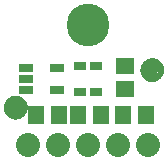
<source format=gbr>
G04 EAGLE Gerber RS-274X export*
G75*
%MOMM*%
%FSLAX34Y34*%
%LPD*%
%INSoldermask Top*%
%IPPOS*%
%AMOC8*
5,1,8,0,0,1.08239X$1,22.5*%
G01*
%ADD10R,1.001600X0.761600*%
%ADD11R,1.401600X1.601600*%
%ADD12C,1.101600*%
%ADD13C,0.500000*%
%ADD14R,1.301600X0.651600*%
%ADD15R,1.601600X1.401600*%
%ADD16C,2.032000*%
%ADD17C,3.617600*%


D10*
X76600Y70330D03*
X76600Y92230D03*
X63100Y92230D03*
X63100Y70330D03*
D11*
X99720Y50800D03*
X118720Y50800D03*
X61620Y50800D03*
X80620Y50800D03*
D12*
X8890Y57150D03*
D13*
X8890Y64650D02*
X8709Y64648D01*
X8528Y64641D01*
X8347Y64630D01*
X8166Y64615D01*
X7986Y64595D01*
X7806Y64571D01*
X7627Y64543D01*
X7449Y64510D01*
X7272Y64473D01*
X7095Y64432D01*
X6920Y64387D01*
X6745Y64337D01*
X6572Y64283D01*
X6401Y64225D01*
X6230Y64163D01*
X6062Y64096D01*
X5895Y64026D01*
X5729Y63952D01*
X5566Y63873D01*
X5405Y63791D01*
X5245Y63705D01*
X5088Y63615D01*
X4933Y63521D01*
X4780Y63424D01*
X4630Y63322D01*
X4482Y63218D01*
X4336Y63109D01*
X4194Y62998D01*
X4054Y62882D01*
X3917Y62764D01*
X3782Y62642D01*
X3651Y62517D01*
X3523Y62389D01*
X3398Y62258D01*
X3276Y62123D01*
X3158Y61986D01*
X3042Y61846D01*
X2931Y61704D01*
X2822Y61558D01*
X2718Y61410D01*
X2616Y61260D01*
X2519Y61107D01*
X2425Y60952D01*
X2335Y60795D01*
X2249Y60635D01*
X2167Y60474D01*
X2088Y60311D01*
X2014Y60145D01*
X1944Y59978D01*
X1877Y59810D01*
X1815Y59639D01*
X1757Y59468D01*
X1703Y59295D01*
X1653Y59120D01*
X1608Y58945D01*
X1567Y58768D01*
X1530Y58591D01*
X1497Y58413D01*
X1469Y58234D01*
X1445Y58054D01*
X1425Y57874D01*
X1410Y57693D01*
X1399Y57512D01*
X1392Y57331D01*
X1390Y57150D01*
X8890Y64650D02*
X9071Y64648D01*
X9252Y64641D01*
X9433Y64630D01*
X9614Y64615D01*
X9794Y64595D01*
X9974Y64571D01*
X10153Y64543D01*
X10331Y64510D01*
X10508Y64473D01*
X10685Y64432D01*
X10860Y64387D01*
X11035Y64337D01*
X11208Y64283D01*
X11379Y64225D01*
X11550Y64163D01*
X11718Y64096D01*
X11885Y64026D01*
X12051Y63952D01*
X12214Y63873D01*
X12375Y63791D01*
X12535Y63705D01*
X12692Y63615D01*
X12847Y63521D01*
X13000Y63424D01*
X13150Y63322D01*
X13298Y63218D01*
X13444Y63109D01*
X13586Y62998D01*
X13726Y62882D01*
X13863Y62764D01*
X13998Y62642D01*
X14129Y62517D01*
X14257Y62389D01*
X14382Y62258D01*
X14504Y62123D01*
X14622Y61986D01*
X14738Y61846D01*
X14849Y61704D01*
X14958Y61558D01*
X15062Y61410D01*
X15164Y61260D01*
X15261Y61107D01*
X15355Y60952D01*
X15445Y60795D01*
X15531Y60635D01*
X15613Y60474D01*
X15692Y60311D01*
X15766Y60145D01*
X15836Y59978D01*
X15903Y59810D01*
X15965Y59639D01*
X16023Y59468D01*
X16077Y59295D01*
X16127Y59120D01*
X16172Y58945D01*
X16213Y58768D01*
X16250Y58591D01*
X16283Y58413D01*
X16311Y58234D01*
X16335Y58054D01*
X16355Y57874D01*
X16370Y57693D01*
X16381Y57512D01*
X16388Y57331D01*
X16390Y57150D01*
X16388Y56969D01*
X16381Y56788D01*
X16370Y56607D01*
X16355Y56426D01*
X16335Y56246D01*
X16311Y56066D01*
X16283Y55887D01*
X16250Y55709D01*
X16213Y55532D01*
X16172Y55355D01*
X16127Y55180D01*
X16077Y55005D01*
X16023Y54832D01*
X15965Y54661D01*
X15903Y54490D01*
X15836Y54322D01*
X15766Y54155D01*
X15692Y53989D01*
X15613Y53826D01*
X15531Y53665D01*
X15445Y53505D01*
X15355Y53348D01*
X15261Y53193D01*
X15164Y53040D01*
X15062Y52890D01*
X14958Y52742D01*
X14849Y52596D01*
X14738Y52454D01*
X14622Y52314D01*
X14504Y52177D01*
X14382Y52042D01*
X14257Y51911D01*
X14129Y51783D01*
X13998Y51658D01*
X13863Y51536D01*
X13726Y51418D01*
X13586Y51302D01*
X13444Y51191D01*
X13298Y51082D01*
X13150Y50978D01*
X13000Y50876D01*
X12847Y50779D01*
X12692Y50685D01*
X12535Y50595D01*
X12375Y50509D01*
X12214Y50427D01*
X12051Y50348D01*
X11885Y50274D01*
X11718Y50204D01*
X11550Y50137D01*
X11379Y50075D01*
X11208Y50017D01*
X11035Y49963D01*
X10860Y49913D01*
X10685Y49868D01*
X10508Y49827D01*
X10331Y49790D01*
X10153Y49757D01*
X9974Y49729D01*
X9794Y49705D01*
X9614Y49685D01*
X9433Y49670D01*
X9252Y49659D01*
X9071Y49652D01*
X8890Y49650D01*
X8709Y49652D01*
X8528Y49659D01*
X8347Y49670D01*
X8166Y49685D01*
X7986Y49705D01*
X7806Y49729D01*
X7627Y49757D01*
X7449Y49790D01*
X7272Y49827D01*
X7095Y49868D01*
X6920Y49913D01*
X6745Y49963D01*
X6572Y50017D01*
X6401Y50075D01*
X6230Y50137D01*
X6062Y50204D01*
X5895Y50274D01*
X5729Y50348D01*
X5566Y50427D01*
X5405Y50509D01*
X5245Y50595D01*
X5088Y50685D01*
X4933Y50779D01*
X4780Y50876D01*
X4630Y50978D01*
X4482Y51082D01*
X4336Y51191D01*
X4194Y51302D01*
X4054Y51418D01*
X3917Y51536D01*
X3782Y51658D01*
X3651Y51783D01*
X3523Y51911D01*
X3398Y52042D01*
X3276Y52177D01*
X3158Y52314D01*
X3042Y52454D01*
X2931Y52596D01*
X2822Y52742D01*
X2718Y52890D01*
X2616Y53040D01*
X2519Y53193D01*
X2425Y53348D01*
X2335Y53505D01*
X2249Y53665D01*
X2167Y53826D01*
X2088Y53989D01*
X2014Y54155D01*
X1944Y54322D01*
X1877Y54490D01*
X1815Y54661D01*
X1757Y54832D01*
X1703Y55005D01*
X1653Y55180D01*
X1608Y55355D01*
X1567Y55532D01*
X1530Y55709D01*
X1497Y55887D01*
X1469Y56066D01*
X1445Y56246D01*
X1425Y56426D01*
X1410Y56607D01*
X1399Y56788D01*
X1392Y56969D01*
X1390Y57150D01*
D12*
X124460Y88900D03*
D13*
X124460Y96400D02*
X124279Y96398D01*
X124098Y96391D01*
X123917Y96380D01*
X123736Y96365D01*
X123556Y96345D01*
X123376Y96321D01*
X123197Y96293D01*
X123019Y96260D01*
X122842Y96223D01*
X122665Y96182D01*
X122490Y96137D01*
X122315Y96087D01*
X122142Y96033D01*
X121971Y95975D01*
X121800Y95913D01*
X121632Y95846D01*
X121465Y95776D01*
X121299Y95702D01*
X121136Y95623D01*
X120975Y95541D01*
X120815Y95455D01*
X120658Y95365D01*
X120503Y95271D01*
X120350Y95174D01*
X120200Y95072D01*
X120052Y94968D01*
X119906Y94859D01*
X119764Y94748D01*
X119624Y94632D01*
X119487Y94514D01*
X119352Y94392D01*
X119221Y94267D01*
X119093Y94139D01*
X118968Y94008D01*
X118846Y93873D01*
X118728Y93736D01*
X118612Y93596D01*
X118501Y93454D01*
X118392Y93308D01*
X118288Y93160D01*
X118186Y93010D01*
X118089Y92857D01*
X117995Y92702D01*
X117905Y92545D01*
X117819Y92385D01*
X117737Y92224D01*
X117658Y92061D01*
X117584Y91895D01*
X117514Y91728D01*
X117447Y91560D01*
X117385Y91389D01*
X117327Y91218D01*
X117273Y91045D01*
X117223Y90870D01*
X117178Y90695D01*
X117137Y90518D01*
X117100Y90341D01*
X117067Y90163D01*
X117039Y89984D01*
X117015Y89804D01*
X116995Y89624D01*
X116980Y89443D01*
X116969Y89262D01*
X116962Y89081D01*
X116960Y88900D01*
X124460Y96400D02*
X124641Y96398D01*
X124822Y96391D01*
X125003Y96380D01*
X125184Y96365D01*
X125364Y96345D01*
X125544Y96321D01*
X125723Y96293D01*
X125901Y96260D01*
X126078Y96223D01*
X126255Y96182D01*
X126430Y96137D01*
X126605Y96087D01*
X126778Y96033D01*
X126949Y95975D01*
X127120Y95913D01*
X127288Y95846D01*
X127455Y95776D01*
X127621Y95702D01*
X127784Y95623D01*
X127945Y95541D01*
X128105Y95455D01*
X128262Y95365D01*
X128417Y95271D01*
X128570Y95174D01*
X128720Y95072D01*
X128868Y94968D01*
X129014Y94859D01*
X129156Y94748D01*
X129296Y94632D01*
X129433Y94514D01*
X129568Y94392D01*
X129699Y94267D01*
X129827Y94139D01*
X129952Y94008D01*
X130074Y93873D01*
X130192Y93736D01*
X130308Y93596D01*
X130419Y93454D01*
X130528Y93308D01*
X130632Y93160D01*
X130734Y93010D01*
X130831Y92857D01*
X130925Y92702D01*
X131015Y92545D01*
X131101Y92385D01*
X131183Y92224D01*
X131262Y92061D01*
X131336Y91895D01*
X131406Y91728D01*
X131473Y91560D01*
X131535Y91389D01*
X131593Y91218D01*
X131647Y91045D01*
X131697Y90870D01*
X131742Y90695D01*
X131783Y90518D01*
X131820Y90341D01*
X131853Y90163D01*
X131881Y89984D01*
X131905Y89804D01*
X131925Y89624D01*
X131940Y89443D01*
X131951Y89262D01*
X131958Y89081D01*
X131960Y88900D01*
X131958Y88719D01*
X131951Y88538D01*
X131940Y88357D01*
X131925Y88176D01*
X131905Y87996D01*
X131881Y87816D01*
X131853Y87637D01*
X131820Y87459D01*
X131783Y87282D01*
X131742Y87105D01*
X131697Y86930D01*
X131647Y86755D01*
X131593Y86582D01*
X131535Y86411D01*
X131473Y86240D01*
X131406Y86072D01*
X131336Y85905D01*
X131262Y85739D01*
X131183Y85576D01*
X131101Y85415D01*
X131015Y85255D01*
X130925Y85098D01*
X130831Y84943D01*
X130734Y84790D01*
X130632Y84640D01*
X130528Y84492D01*
X130419Y84346D01*
X130308Y84204D01*
X130192Y84064D01*
X130074Y83927D01*
X129952Y83792D01*
X129827Y83661D01*
X129699Y83533D01*
X129568Y83408D01*
X129433Y83286D01*
X129296Y83168D01*
X129156Y83052D01*
X129014Y82941D01*
X128868Y82832D01*
X128720Y82728D01*
X128570Y82626D01*
X128417Y82529D01*
X128262Y82435D01*
X128105Y82345D01*
X127945Y82259D01*
X127784Y82177D01*
X127621Y82098D01*
X127455Y82024D01*
X127288Y81954D01*
X127120Y81887D01*
X126949Y81825D01*
X126778Y81767D01*
X126605Y81713D01*
X126430Y81663D01*
X126255Y81618D01*
X126078Y81577D01*
X125901Y81540D01*
X125723Y81507D01*
X125544Y81479D01*
X125364Y81455D01*
X125184Y81435D01*
X125003Y81420D01*
X124822Y81409D01*
X124641Y81402D01*
X124460Y81400D01*
X124279Y81402D01*
X124098Y81409D01*
X123917Y81420D01*
X123736Y81435D01*
X123556Y81455D01*
X123376Y81479D01*
X123197Y81507D01*
X123019Y81540D01*
X122842Y81577D01*
X122665Y81618D01*
X122490Y81663D01*
X122315Y81713D01*
X122142Y81767D01*
X121971Y81825D01*
X121800Y81887D01*
X121632Y81954D01*
X121465Y82024D01*
X121299Y82098D01*
X121136Y82177D01*
X120975Y82259D01*
X120815Y82345D01*
X120658Y82435D01*
X120503Y82529D01*
X120350Y82626D01*
X120200Y82728D01*
X120052Y82832D01*
X119906Y82941D01*
X119764Y83052D01*
X119624Y83168D01*
X119487Y83286D01*
X119352Y83408D01*
X119221Y83533D01*
X119093Y83661D01*
X118968Y83792D01*
X118846Y83927D01*
X118728Y84064D01*
X118612Y84204D01*
X118501Y84346D01*
X118392Y84492D01*
X118288Y84640D01*
X118186Y84790D01*
X118089Y84943D01*
X117995Y85098D01*
X117905Y85255D01*
X117819Y85415D01*
X117737Y85576D01*
X117658Y85739D01*
X117584Y85905D01*
X117514Y86072D01*
X117447Y86240D01*
X117385Y86411D01*
X117327Y86582D01*
X117273Y86755D01*
X117223Y86930D01*
X117178Y87105D01*
X117137Y87282D01*
X117100Y87459D01*
X117067Y87637D01*
X117039Y87816D01*
X117015Y87996D01*
X116995Y88176D01*
X116980Y88357D01*
X116969Y88538D01*
X116962Y88719D01*
X116960Y88900D01*
D11*
X26060Y50800D03*
X45060Y50800D03*
D14*
X17479Y90780D03*
X17479Y81280D03*
X17479Y71780D03*
X43481Y71780D03*
X43481Y90780D03*
D15*
X101600Y92050D03*
X101600Y73050D03*
D16*
X19050Y25400D03*
X44450Y25400D03*
X69850Y25400D03*
X95250Y25400D03*
X120650Y25400D03*
D17*
X69850Y127000D03*
M02*

</source>
